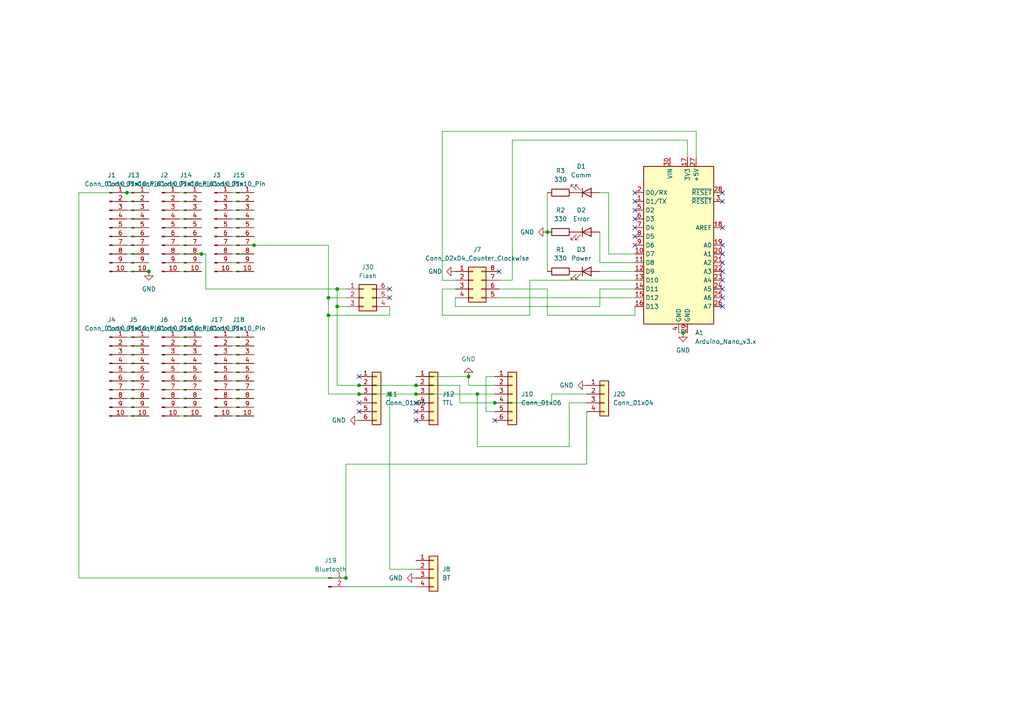
<source format=kicad_sch>
(kicad_sch (version 20231120) (generator "eeschema") (generator_version "8.0")
  (paper "A4")
  (lib_symbols
    (symbol "Connector:Conn_01x02_Pin" (pin_names (offset 1.016) hide)
      (property "Reference" "J" (at 0 2.54 0))
      (property "Value" "Conn_01x02_Pin" (at 0 -5.08 0))
      (symbol "Conn_01x02_Pin_1_1"
        (polyline (pts (xy 1.27 -2.54) (xy 0.8636 -2.54)) (stroke (width 0.1524)))
        (polyline (pts (xy 1.27 0) (xy 0.8636 0)) (stroke (width 0.1524)))
        (rectangle (start 0.8636 -2.413) (end 0 -2.667) (stroke (width 0.1524)) (fill (type outline)))
        (rectangle (start 0.8636 0.127) (end 0 -0.127) (stroke (width 0.1524)) (fill (type outline)))
        (pin passive line (at 5.08 0 180) (length 3.81) (name "Pin_1") (number "1"))
        (pin passive line (at 5.08 -2.54 180) (length 3.81) (name "Pin_2") (number "2"))
      )
    )
    (symbol "Connector:Conn_01x10_Pin" (pin_names (offset 1.016) hide)
      (property "Reference" "J" (at 0 12.7 0))
      (property "Value" "Conn_01x10_Pin" (at 0 -15.24 0))
      (symbol "Conn_01x10_Pin_1_1"
        (polyline (pts (xy 1.27 -12.7) (xy 0.8636 -12.7)) (stroke (width 0.1524)))
        (polyline (pts (xy 1.27 -10.16) (xy 0.8636 -10.16)) (stroke (width 0.1524)))
        (polyline (pts (xy 1.27 -7.62) (xy 0.8636 -7.62)) (stroke (width 0.1524)))
        (polyline (pts (xy 1.27 -5.08) (xy 0.8636 -5.08)) (stroke (width 0.1524)))
        (polyline (pts (xy 1.27 -2.54) (xy 0.8636 -2.54)) (stroke (width 0.1524)))
        (polyline (pts (xy 1.27 0) (xy 0.8636 0)) (stroke (width 0.1524)))
        (polyline (pts (xy 1.27 2.54) (xy 0.8636 2.54)) (stroke (width 0.1524)))
        (polyline (pts (xy 1.27 5.08) (xy 0.8636 5.08)) (stroke (width 0.1524)))
        (polyline (pts (xy 1.27 7.62) (xy 0.8636 7.62)) (stroke (width 0.1524)))
        (polyline (pts (xy 1.27 10.16) (xy 0.8636 10.16)) (stroke (width 0.1524)))
        (rectangle (start 0.8636 -12.573) (end 0 -12.827) (stroke (width 0.1524)) (fill (type outline)))
        (rectangle (start 0.8636 -10.033) (end 0 -10.287) (stroke (width 0.1524)) (fill (type outline)))
        (rectangle (start 0.8636 -7.493) (end 0 -7.747) (stroke (width 0.1524)) (fill (type outline)))
        (rectangle (start 0.8636 -4.953) (end 0 -5.207) (stroke (width 0.1524)) (fill (type outline)))
        (rectangle (start 0.8636 -2.413) (end 0 -2.667) (stroke (width 0.1524)) (fill (type outline)))
        (rectangle (start 0.8636 0.127) (end 0 -0.127) (stroke (width 0.1524)) (fill (type outline)))
        (rectangle (start 0.8636 2.667) (end 0 2.413) (stroke (width 0.1524)) (fill (type outline)))
        (rectangle (start 0.8636 5.207) (end 0 4.953) (stroke (width 0.1524)) (fill (type outline)))
        (rectangle (start 0.8636 7.747) (end 0 7.493) (stroke (width 0.1524)) (fill (type outline)))
        (rectangle (start 0.8636 10.287) (end 0 10.033) (stroke (width 0.1524)) (fill (type outline)))
        (pin passive line (at 5.08 10.16 180) (length 3.81) (name "Pin_1") (number "1"))
        (pin passive line (at 5.08 -12.7 180) (length 3.81) (name "Pin_10") (number "10"))
        (pin passive line (at 5.08 7.62 180) (length 3.81) (name "Pin_2") (number "2"))
        (pin passive line (at 5.08 5.08 180) (length 3.81) (name "Pin_3") (number "3"))
        (pin passive line (at 5.08 2.54 180) (length 3.81) (name "Pin_4") (number "4"))
        (pin passive line (at 5.08 0 180) (length 3.81) (name "Pin_5") (number "5"))
        (pin passive line (at 5.08 -2.54 180) (length 3.81) (name "Pin_6") (number "6"))
        (pin passive line (at 5.08 -5.08 180) (length 3.81) (name "Pin_7") (number "7"))
        (pin passive line (at 5.08 -7.62 180) (length 3.81) (name "Pin_8") (number "8"))
        (pin passive line (at 5.08 -10.16 180) (length 3.81) (name "Pin_9") (number "9"))
      )
    )
    (symbol "Connector_Generic:Conn_01x04" (pin_names (offset 1.016) hide)
      (property "Reference" "J" (at 0 5.08 0))
      (property "Value" "Conn_01x04" (at 0 -7.62 0))
      (symbol "Conn_01x04_1_1"
        (rectangle (start -1.27 -4.953) (end 0 -5.207) (stroke (width 0.1524)))
        (rectangle (start -1.27 -2.413) (end 0 -2.667) (stroke (width 0.1524)))
        (rectangle (start -1.27 0.127) (end 0 -0.127) (stroke (width 0.1524)))
        (rectangle (start -1.27 2.667) (end 0 2.413) (stroke (width 0.1524)))
        (rectangle (start -1.27 3.81) (end 1.27 -6.35) (stroke (width 0.254)) (fill (type background)))
        (pin passive line (at -5.08 2.54 0) (length 3.81) (name "Pin_1") (number "1"))
        (pin passive line (at -5.08 0 0) (length 3.81) (name "Pin_2") (number "2"))
        (pin passive line (at -5.08 -2.54 0) (length 3.81) (name "Pin_3") (number "3"))
        (pin passive line (at -5.08 -5.08 0) (length 3.81) (name "Pin_4") (number "4"))
      )
    )
    (symbol "Connector_Generic:Conn_01x06" (pin_names (offset 1.016) hide)
      (property "Reference" "J" (at 0 7.62 0))
      (property "Value" "Conn_01x06" (at 0 -10.16 0))
      (symbol "Conn_01x06_1_1"
        (rectangle (start -1.27 -7.493) (end 0 -7.747) (stroke (width 0.1524)))
        (rectangle (start -1.27 -4.953) (end 0 -5.207) (stroke (width 0.1524)))
        (rectangle (start -1.27 -2.413) (end 0 -2.667) (stroke (width 0.1524)))
        (rectangle (start -1.27 0.127) (end 0 -0.127) (stroke (width 0.1524)))
        (rectangle (start -1.27 2.667) (end 0 2.413) (stroke (width 0.1524)))
        (rectangle (start -1.27 5.207) (end 0 4.953) (stroke (width 0.1524)))
        (rectangle (start -1.27 6.35) (end 1.27 -8.89) (stroke (width 0.254)) (fill (type background)))
        (pin passive line (at -5.08 5.08 0) (length 3.81) (name "Pin_1") (number "1"))
        (pin passive line (at -5.08 2.54 0) (length 3.81) (name "Pin_2") (number "2"))
        (pin passive line (at -5.08 0 0) (length 3.81) (name "Pin_3") (number "3"))
        (pin passive line (at -5.08 -2.54 0) (length 3.81) (name "Pin_4") (number "4"))
        (pin passive line (at -5.08 -5.08 0) (length 3.81) (name "Pin_5") (number "5"))
        (pin passive line (at -5.08 -7.62 0) (length 3.81) (name "Pin_6") (number "6"))
      )
    )
    (symbol "Connector_Generic:Conn_02x03_Counter_Clockwise" (pin_names (offset 1.016) hide)
      (property "Reference" "J" (at 1.27 5.08 0))
      (property "Value" "Conn_02x03_Counter_Clockwise" (at 1.27 -5.08 0))
      (symbol "Conn_02x03_Counter_Clockwise_1_1"
        (rectangle (start -1.27 -2.413) (end 0 -2.667) (stroke (width 0.1524)))
        (rectangle (start -1.27 0.127) (end 0 -0.127) (stroke (width 0.1524)))
        (rectangle (start -1.27 2.667) (end 0 2.413) (stroke (width 0.1524)))
        (rectangle (start -1.27 3.81) (end 3.81 -3.81) (stroke (width 0.254)) (fill (type background)))
        (rectangle (start 3.81 -2.413) (end 2.54 -2.667) (stroke (width 0.1524)))
        (rectangle (start 3.81 0.127) (end 2.54 -0.127) (stroke (width 0.1524)))
        (rectangle (start 3.81 2.667) (end 2.54 2.413) (stroke (width 0.1524)))
        (pin passive line (at -5.08 2.54 0) (length 3.81) (name "Pin_1") (number "1"))
        (pin passive line (at -5.08 0 0) (length 3.81) (name "Pin_2") (number "2"))
        (pin passive line (at -5.08 -2.54 0) (length 3.81) (name "Pin_3") (number "3"))
        (pin passive line (at 7.62 -2.54 180) (length 3.81) (name "Pin_4") (number "4"))
        (pin passive line (at 7.62 0 180) (length 3.81) (name "Pin_5") (number "5"))
        (pin passive line (at 7.62 2.54 180) (length 3.81) (name "Pin_6") (number "6"))
      )
    )
    (symbol "Connector_Generic:Conn_02x04_Counter_Clockwise" (pin_names (offset 1.016) hide)
      (property "Reference" "J" (at 1.27 5.08 0))
      (property "Value" "Conn_02x04_Counter_Clockwise" (at 1.27 -7.62 0))
      (symbol "Conn_02x04_Counter_Clockwise_1_1"
        (rectangle (start -1.27 -4.953) (end 0 -5.207) (stroke (width 0.1524)))
        (rectangle (start -1.27 -2.413) (end 0 -2.667) (stroke (width 0.1524)))
        (rectangle (start -1.27 0.127) (end 0 -0.127) (stroke (width 0.1524)))
        (rectangle (start -1.27 2.667) (end 0 2.413) (stroke (width 0.1524)))
        (rectangle (start -1.27 3.81) (end 3.81 -6.35) (stroke (width 0.254)) (fill (type background)))
        (rectangle (start 3.81 -4.953) (end 2.54 -5.207) (stroke (width 0.1524)))
        (rectangle (start 3.81 -2.413) (end 2.54 -2.667) (stroke (width 0.1524)))
        (rectangle (start 3.81 0.127) (end 2.54 -0.127) (stroke (width 0.1524)))
        (rectangle (start 3.81 2.667) (end 2.54 2.413) (stroke (width 0.1524)))
        (pin passive line (at -5.08 2.54 0) (length 3.81) (name "Pin_1") (number "1"))
        (pin passive line (at -5.08 0 0) (length 3.81) (name "Pin_2") (number "2"))
        (pin passive line (at -5.08 -2.54 0) (length 3.81) (name "Pin_3") (number "3"))
        (pin passive line (at -5.08 -5.08 0) (length 3.81) (name "Pin_4") (number "4"))
        (pin passive line (at 7.62 -5.08 180) (length 3.81) (name "Pin_5") (number "5"))
        (pin passive line (at 7.62 -2.54 180) (length 3.81) (name "Pin_6") (number "6"))
        (pin passive line (at 7.62 0 180) (length 3.81) (name "Pin_7") (number "7"))
        (pin passive line (at 7.62 2.54 180) (length 3.81) (name "Pin_8") (number "8"))
      )
    )
    (symbol "Device:LED" (pin_numbers hide) (pin_names (offset 1.016) hide)
      (property "Reference" "D" (at 0 2.54 0))
      (property "Value" "LED" (at 0 -2.54 0))
      (symbol "LED_0_1"
        (polyline (pts (xy -1.27 -1.27) (xy -1.27 1.27)) (stroke (width 0.254)))
        (polyline (pts (xy -1.27 0) (xy 1.27 0)))
        (polyline (pts (xy 1.27 -1.27) (xy 1.27 1.27) (xy -1.27 0) (xy 1.27 -1.27)) (stroke (width 0.254)))
        (polyline (pts (xy -3.048 -0.762) (xy -4.572 -2.286) (xy -3.81 -2.286) (xy -4.572 -2.286) (xy -4.572 -1.524)))
        (polyline (pts (xy -1.778 -0.762) (xy -3.302 -2.286) (xy -2.54 -2.286) (xy -3.302 -2.286) (xy -3.302 -1.524)))
      )
      (symbol "LED_1_1"
        (pin passive line (at -3.81 0 0) (length 2.54) (name "K") (number "1"))
        (pin passive line (at 3.81 0 180) (length 2.54) (name "A") (number "2"))
      )
    )
    (symbol "Device:R" (pin_numbers hide) (pin_names (offset 0))
      (property "Reference" "R" (at 2.032 0 90))
      (property "Value" "R" (at 0 0 90))
      (symbol "R_0_1"
        (rectangle (start -1.016 -2.54) (end 1.016 2.54) (stroke (width 0.254)))
      )
      (symbol "R_1_1"
        (pin passive line (at 0 3.81 270) (length 1.27) (name "~") (number "1"))
        (pin passive line (at 0 -3.81 90) (length 1.27) (name "~") (number "2"))
      )
    )
    (symbol "MCU_Module:Arduino_Nano_v3.x"
      (property "Reference" "A" (at -10.16 23.495 0))
      (property "Value" "Arduino_Nano_v3.x" (at 5.08 -24.13 0))
      (symbol "Arduino_Nano_v3.x_0_1"
        (rectangle (start -10.16 22.86) (end 10.16 -22.86) (stroke (width 0.254)) (fill (type background)))
      )
      (symbol "Arduino_Nano_v3.x_1_1"
        (pin bidirectional line (at -12.7 12.7 0) (length 2.54) (name "D1/TX") (number "1"))
        (pin bidirectional line (at -12.7 -2.54 0) (length 2.54) (name "D7") (number "10"))
        (pin bidirectional line (at -12.7 -5.08 0) (length 2.54) (name "D8") (number "11"))
        (pin bidirectional line (at -12.7 -7.62 0) (length 2.54) (name "D9") (number "12"))
        (pin bidirectional line (at -12.7 -10.16 0) (length 2.54) (name "D10") (number "13"))
        (pin bidirectional line (at -12.7 -12.7 0) (length 2.54) (name "D11") (number "14"))
        (pin bidirectional line (at -12.7 -15.24 0) (length 2.54) (name "D12") (number "15"))
        (pin bidirectional line (at -12.7 -17.78 0) (length 2.54) (name "D13") (number "16"))
        (pin power_out line (at 2.54 25.4 270) (length 2.54) (name "3V3") (number "17"))
        (pin input line (at 12.7 5.08 180) (length 2.54) (name "AREF") (number "18"))
        (pin bidirectional line (at 12.7 0 180) (length 2.54) (name "A0") (number "19"))
        (pin bidirectional line (at -12.7 15.24 0) (length 2.54) (name "D0/RX") (number "2"))
        (pin bidirectional line (at 12.7 -2.54 180) (length 2.54) (name "A1") (number "20"))
        (pin bidirectional line (at 12.7 -5.08 180) (length 2.54) (name "A2") (number "21"))
        (pin bidirectional line (at 12.7 -7.62 180) (length 2.54) (name "A3") (number "22"))
        (pin bidirectional line (at 12.7 -10.16 180) (length 2.54) (name "A4") (number "23"))
        (pin bidirectional line (at 12.7 -12.7 180) (length 2.54) (name "A5") (number "24"))
        (pin bidirectional line (at 12.7 -15.24 180) (length 2.54) (name "A6") (number "25"))
        (pin bidirectional line (at 12.7 -17.78 180) (length 2.54) (name "A7") (number "26"))
        (pin power_out line (at 5.08 25.4 270) (length 2.54) (name "+5V") (number "27"))
        (pin input line (at 12.7 15.24 180) (length 2.54) (name "~{RESET}") (number "28"))
        (pin power_in line (at 2.54 -25.4 90) (length 2.54) (name "GND") (number "29"))
        (pin input line (at 12.7 12.7 180) (length 2.54) (name "~{RESET}") (number "3"))
        (pin power_in line (at -2.54 25.4 270) (length 2.54) (name "VIN") (number "30"))
        (pin power_in line (at 0 -25.4 90) (length 2.54) (name "GND") (number "4"))
        (pin bidirectional line (at -12.7 10.16 0) (length 2.54) (name "D2") (number "5"))
        (pin bidirectional line (at -12.7 7.62 0) (length 2.54) (name "D3") (number "6"))
        (pin bidirectional line (at -12.7 5.08 0) (length 2.54) (name "D4") (number "7"))
        (pin bidirectional line (at -12.7 2.54 0) (length 2.54) (name "D5") (number "8"))
        (pin bidirectional line (at -12.7 0 0) (length 2.54) (name "D6") (number "9"))
      )
    )
    (symbol "power:GND" (power) (pin_numbers hide) (pin_names (offset 0) hide)
      (property "Value" "GND" (at 0 -3.81 0))
      (symbol "GND_0_1"
        (polyline (pts (xy 0 0) (xy 0 -1.27) (xy 1.27 -1.27) (xy 0 -2.54) (xy -1.27 -1.27) (xy 0 -1.27)))
      )
      (symbol "GND_1_1"
        (pin power_in line (at 0 0 270) (length 0) (name "~") (number "1"))
      )
    )
  )
  (junction (at 135.89 109.22))
  (junction (at 104.14 114.3))
  (junction (at 100.33 167.64))
  (junction (at 143.51 116.84))
  (junction (at 58.42 73.66))
  (junction (at 95.25 86.36))
  (junction (at 198.12 96.52))
  (junction (at 104.14 111.76))
  (junction (at 120.65 114.3))
  (junction (at 158.75 67.31))
  (junction (at 73.66 71.12))
  (junction (at 36.83 55.88))
  (junction (at 43.18 78.74))
  (junction (at 95.25 91.44))
  (junction (at 113.03 114.3))
  (junction (at 97.79 83.82))
  (junction (at 97.79 88.9))
  (junction (at 120.65 111.76))
  (junction (at 138.43 114.3))
  (no_connect (at 209.55 55.88))
  (no_connect (at 104.14 119.38))
  (no_connect (at 104.14 116.84))
  (no_connect (at 113.03 86.36))
  (no_connect (at 209.55 76.2))
  (no_connect (at 104.14 109.22))
  (no_connect (at 113.03 83.82))
  (no_connect (at 120.65 121.92))
  (no_connect (at 209.55 71.12))
  (no_connect (at 120.65 119.38))
  (no_connect (at 209.55 66.04))
  (no_connect (at 184.15 71.12))
  (no_connect (at 209.55 58.42))
  (no_connect (at 120.65 116.84))
  (no_connect (at 144.78 78.74))
  (no_connect (at 184.15 58.42))
  (no_connect (at 184.15 55.88))
  (no_connect (at 209.55 86.36))
  (no_connect (at 209.55 73.66))
  (no_connect (at 209.55 83.82))
  (no_connect (at 143.51 121.92))
  (no_connect (at 209.55 78.74))
  (no_connect (at 209.55 81.28))
  (no_connect (at 184.15 66.04))
  (no_connect (at 184.15 60.96))
  (no_connect (at 209.55 88.9))
  (no_connect (at 184.15 68.58))
  (no_connect (at 184.15 63.5))
  (wire (pts (xy 36.83 68.58) (xy 43.18 68.58)))
  (wire (pts (xy 52.07 105.41) (xy 58.42 105.41)))
  (wire (pts (xy 153.67 81.28) (xy 153.67 91.44)))
  (wire (pts (xy 36.83 63.5) (xy 43.18 63.5)))
  (wire (pts (xy 95.25 71.12) (xy 95.25 86.36)))
  (wire (pts (xy 52.07 107.95) (xy 58.42 107.95)))
  (wire (pts (xy 199.39 45.72) (xy 199.39 40.64)))
  (wire (pts (xy 120.65 165.1) (xy 113.03 165.1)))
  (wire (pts (xy 36.83 115.57) (xy 43.18 115.57)))
  (wire (pts (xy 36.83 60.96) (xy 43.18 60.96)))
  (wire (pts (xy 133.35 111.76) (xy 120.65 111.76)))
  (wire (pts (xy 135.89 111.76) (xy 143.51 111.76)))
  (wire (pts (xy 67.31 78.74) (xy 73.66 78.74)))
  (wire (pts (xy 67.31 110.49) (xy 73.66 110.49)))
  (wire (pts (xy 170.18 114.3) (xy 160.02 114.3)))
  (wire (pts (xy 196.85 96.52) (xy 198.12 96.52)))
  (wire (pts (xy 132.08 88.9) (xy 173.99 88.9)))
  (wire (pts (xy 173.99 88.9) (xy 173.99 83.82)))
  (wire (pts (xy 52.07 97.79) (xy 58.42 97.79)))
  (wire (pts (xy 120.65 114.3) (xy 138.43 114.3)))
  (wire (pts (xy 184.15 81.28) (xy 153.67 81.28)))
  (wire (pts (xy 67.31 115.57) (xy 73.66 115.57)))
  (wire (pts (xy 176.53 55.88) (xy 176.53 73.66)))
  (wire (pts (xy 97.79 111.76) (xy 104.14 111.76)))
  (wire (pts (xy 97.79 88.9) (xy 100.33 88.9)))
  (wire (pts (xy 52.07 110.49) (xy 58.42 110.49)))
  (wire (pts (xy 138.43 114.3) (xy 138.43 129.54)))
  (wire (pts (xy 52.07 63.5) (xy 58.42 63.5)))
  (wire (pts (xy 36.83 78.74) (xy 43.18 78.74)))
  (wire (pts (xy 128.27 38.1) (xy 201.93 38.1)))
  (wire (pts (xy 36.83 58.42) (xy 43.18 58.42)))
  (wire (pts (xy 113.03 91.44) (xy 113.03 88.9)))
  (wire (pts (xy 36.83 118.11) (xy 43.18 118.11)))
  (wire (pts (xy 52.07 60.96) (xy 58.42 60.96)))
  (wire (pts (xy 128.27 81.28) (xy 132.08 81.28)))
  (wire (pts (xy 67.31 60.96) (xy 73.66 60.96)))
  (wire (pts (xy 153.67 91.44) (xy 128.27 91.44)))
  (wire (pts (xy 128.27 38.1) (xy 128.27 81.28)))
  (wire (pts (xy 128.27 83.82) (xy 132.08 83.82)))
  (wire (pts (xy 59.69 73.66) (xy 59.69 83.82)))
  (wire (pts (xy 36.83 97.79) (xy 43.18 97.79)))
  (wire (pts (xy 165.1 116.84) (xy 170.18 116.84)))
  (wire (pts (xy 67.31 58.42) (xy 73.66 58.42)))
  (wire (pts (xy 144.78 83.82) (xy 158.75 83.82)))
  (wire (pts (xy 36.83 100.33) (xy 43.18 100.33)))
  (wire (pts (xy 52.07 100.33) (xy 58.42 100.33)))
  (wire (pts (xy 36.83 107.95) (xy 43.18 107.95)))
  (wire (pts (xy 160.02 116.84) (xy 143.51 116.84)))
  (wire (pts (xy 52.07 115.57) (xy 58.42 115.57)))
  (wire (pts (xy 135.89 109.22) (xy 135.89 111.76)))
  (wire (pts (xy 113.03 165.1) (xy 113.03 114.3)))
  (wire (pts (xy 52.07 118.11) (xy 58.42 118.11)))
  (wire (pts (xy 143.51 114.3) (xy 138.43 114.3)))
  (wire (pts (xy 22.86 55.88) (xy 36.83 55.88)))
  (wire (pts (xy 52.07 120.65) (xy 58.42 120.65)))
  (wire (pts (xy 148.59 40.64) (xy 148.59 81.28)))
  (wire (pts (xy 132.08 86.36) (xy 132.08 88.9)))
  (wire (pts (xy 52.07 102.87) (xy 58.42 102.87)))
  (wire (pts (xy 67.31 100.33) (xy 73.66 100.33)))
  (wire (pts (xy 67.31 68.58) (xy 73.66 68.58)))
  (wire (pts (xy 95.25 86.36) (xy 95.25 91.44)))
  (wire (pts (xy 158.75 83.82) (xy 158.75 91.44)))
  (wire (pts (xy 67.31 118.11) (xy 73.66 118.11)))
  (wire (pts (xy 97.79 88.9) (xy 97.79 111.76)))
  (wire (pts (xy 100.33 134.62) (xy 100.33 167.64)))
  (wire (pts (xy 140.97 119.38) (xy 140.97 109.22)))
  (wire (pts (xy 138.43 129.54) (xy 165.1 129.54)))
  (wire (pts (xy 173.99 76.2) (xy 173.99 67.31)))
  (wire (pts (xy 201.93 45.72) (xy 201.93 38.1)))
  (wire (pts (xy 36.83 55.88) (xy 43.18 55.88)))
  (wire (pts (xy 22.86 167.64) (xy 100.33 167.64)))
  (wire (pts (xy 173.99 83.82) (xy 184.15 83.82)))
  (wire (pts (xy 52.07 78.74) (xy 58.42 78.74)))
  (wire (pts (xy 67.31 66.04) (xy 73.66 66.04)))
  (wire (pts (xy 52.07 113.03) (xy 58.42 113.03)))
  (wire (pts (xy 160.02 114.3) (xy 160.02 116.84)))
  (wire (pts (xy 170.18 134.62) (xy 100.33 134.62)))
  (wire (pts (xy 36.83 120.65) (xy 43.18 120.65)))
  (wire (pts (xy 100.33 83.82) (xy 97.79 83.82)))
  (wire (pts (xy 173.99 55.88) (xy 176.53 55.88)))
  (wire (pts (xy 97.79 83.82) (xy 97.79 88.9)))
  (wire (pts (xy 36.83 76.2) (xy 43.18 76.2)))
  (wire (pts (xy 36.83 73.66) (xy 43.18 73.66)))
  (wire (pts (xy 22.86 55.88) (xy 22.86 167.64)))
  (wire (pts (xy 67.31 55.88) (xy 73.66 55.88)))
  (wire (pts (xy 95.25 91.44) (xy 113.03 91.44)))
  (wire (pts (xy 120.65 109.22) (xy 135.89 109.22)))
  (wire (pts (xy 113.03 114.3) (xy 120.65 114.3)))
  (wire (pts (xy 158.75 91.44) (xy 184.15 91.44)))
  (wire (pts (xy 58.42 73.66) (xy 59.69 73.66)))
  (wire (pts (xy 36.83 71.12) (xy 43.18 71.12)))
  (wire (pts (xy 52.07 76.2) (xy 58.42 76.2)))
  (wire (pts (xy 67.31 105.41) (xy 73.66 105.41)))
  (wire (pts (xy 158.75 67.31) (xy 158.75 55.88)))
  (wire (pts (xy 52.07 68.58) (xy 58.42 68.58)))
  (wire (pts (xy 95.25 91.44) (xy 95.25 114.3)))
  (wire (pts (xy 36.83 110.49) (xy 43.18 110.49)))
  (wire (pts (xy 95.25 114.3) (xy 104.14 114.3)))
  (wire (pts (xy 52.07 55.88) (xy 58.42 55.88)))
  (wire (pts (xy 104.14 114.3) (xy 113.03 114.3)))
  (wire (pts (xy 165.1 129.54) (xy 165.1 116.84)))
  (wire (pts (xy 100.33 170.18) (xy 120.65 170.18)))
  (wire (pts (xy 67.31 113.03) (xy 73.66 113.03)))
  (wire (pts (xy 67.31 107.95) (xy 73.66 107.95)))
  (wire (pts (xy 198.12 96.52) (xy 199.39 96.52)))
  (wire (pts (xy 67.31 63.5) (xy 73.66 63.5)))
  (wire (pts (xy 144.78 81.28) (xy 148.59 81.28)))
  (wire (pts (xy 36.83 102.87) (xy 43.18 102.87)))
  (wire (pts (xy 199.39 40.64) (xy 148.59 40.64)))
  (wire (pts (xy 67.31 73.66) (xy 73.66 73.66)))
  (wire (pts (xy 59.69 83.82) (xy 97.79 83.82)))
  (wire (pts (xy 158.75 78.74) (xy 158.75 67.31)))
  (wire (pts (xy 36.83 66.04) (xy 43.18 66.04)))
  (wire (pts (xy 52.07 73.66) (xy 58.42 73.66)))
  (wire (pts (xy 144.78 86.36) (xy 184.15 86.36)))
  (wire (pts (xy 36.83 105.41) (xy 43.18 105.41)))
  (wire (pts (xy 67.31 120.65) (xy 73.66 120.65)))
  (wire (pts (xy 67.31 97.79) (xy 73.66 97.79)))
  (wire (pts (xy 184.15 91.44) (xy 184.15 88.9)))
  (wire (pts (xy 52.07 66.04) (xy 58.42 66.04)))
  (wire (pts (xy 173.99 78.74) (xy 184.15 78.74)))
  (wire (pts (xy 184.15 76.2) (xy 173.99 76.2)))
  (wire (pts (xy 176.53 73.66) (xy 184.15 73.66)))
  (wire (pts (xy 143.51 116.84) (xy 133.35 116.84)))
  (wire (pts (xy 67.31 102.87) (xy 73.66 102.87)))
  (wire (pts (xy 52.07 71.12) (xy 58.42 71.12)))
  (wire (pts (xy 73.66 71.12) (xy 95.25 71.12)))
  (wire (pts (xy 140.97 109.22) (xy 143.51 109.22)))
  (wire (pts (xy 36.83 113.03) (xy 43.18 113.03)))
  (wire (pts (xy 100.33 86.36) (xy 95.25 86.36)))
  (wire (pts (xy 133.35 116.84) (xy 133.35 111.76)))
  (wire (pts (xy 104.14 111.76) (xy 120.65 111.76)))
  (wire (pts (xy 52.07 58.42) (xy 58.42 58.42)))
  (wire (pts (xy 67.31 71.12) (xy 73.66 71.12)))
  (wire (pts (xy 128.27 91.44) (xy 128.27 83.82)))
  (wire (pts (xy 143.51 119.38) (xy 140.97 119.38)))
  (wire (pts (xy 67.31 76.2) (xy 73.66 76.2)))
  (wire (pts (xy 170.18 119.38) (xy 170.18 134.62)))
  (symbol (lib_id "Connector:Conn_01x10_Pin") (at 68.58 66.04 0) (unit 1)
    (property "Reference" "J15" (at 69.215 50.8 0))
    (property "Value" "Conn_01x10_Pin" (at 69.215 53.34 0))
    (property "Footprint" "Connector_PinSocket_2.54mm:PinSocket_1x10_P2.54mm_Vertical" (effects (hide yes)))
    (property "Description" "Generic connector, single row, 01x10, script generated" (effects (hide yes)))
  )
  (symbol (lib_id "power:GND") (at 170.18 111.76 270) (unit 1)
    (property "Reference" "#PWR08" (effects (hide yes)))
    (property "Value" "GND" (at 166.37 111.7599 90) (effects (justify right)))
    (property "Description" "Power symbol creates a global label with name \"GND\" , ground" (effects (hide yes)))
  )
  (symbol (lib_id "power:GND") (at 158.75 67.31 270) (unit 1)
    (property "Reference" "#PWR01" (effects (hide yes)))
    (property "Value" "GND" (at 154.94 67.3101 90) (effects (justify right)))
    (property "Description" "Power symbol creates a global label with name \"GND\" , ground" (effects (hide yes)))
  )
  (symbol (lib_id "Connector:Conn_01x10_Pin") (at 46.99 107.95 0) (unit 1)
    (property "Reference" "J6" (at 47.625 92.71 0))
    (property "Value" "Conn_01x10_Pin" (at 47.625 95.25 0))
    (property "Footprint" "Connector_PinSocket_2.54mm:PinSocket_1x10_P2.54mm_Vertical" (effects (hide yes)))
    (property "Description" "Generic connector, single row, 01x10, script generated" (effects (hide yes)))
  )
  (symbol (lib_id "power:GND") (at 104.14 121.92 270) (unit 1)
    (property "Reference" "#PWR07" (effects (hide yes)))
    (property "Value" "GND" (at 100.33 121.9199 90) (effects (justify right)))
    (property "Description" "Power symbol creates a global label with name \"GND\" , ground" (effects (hide yes)))
  )
  (symbol (lib_id "Connector:Conn_01x10_Pin") (at 62.23 107.95 0) (unit 1)
    (property "Reference" "J17" (at 62.865 92.71 0))
    (property "Value" "Conn_01x10_Pin" (at 62.865 95.25 0))
    (property "Footprint" "Connector_PinSocket_2.54mm:PinSocket_1x10_P2.54mm_Vertical" (effects (hide yes)))
    (property "Description" "Generic connector, single row, 01x10, script generated" (effects (hide yes)))
  )
  (symbol (lib_id "Connector:Conn_01x10_Pin") (at 53.34 66.04 0) (unit 1)
    (property "Reference" "J14" (at 53.975 50.8 0))
    (property "Value" "Conn_01x10_Pin" (at 53.975 53.34 0))
    (property "Footprint" "Connector_PinSocket_2.54mm:PinSocket_1x10_P2.54mm_Vertical" (effects (hide yes)))
    (property "Description" "Generic connector, single row, 01x10, script generated" (effects (hide yes)))
  )
  (symbol (lib_id "power:GND") (at 120.65 167.64 270) (unit 1)
    (property "Reference" "#PWR04" (effects (hide yes)))
    (property "Value" "GND" (at 116.84 167.6399 90) (effects (justify right)))
    (property "Description" "Power symbol creates a global label with name \"GND\" , ground" (effects (hide yes)))
  )
  (symbol (lib_id "Connector:Conn_01x10_Pin") (at 62.23 66.04 0) (unit 1)
    (property "Reference" "J3" (at 62.865 50.8 0))
    (property "Value" "Conn_01x10_Pin" (at 62.865 53.34 0))
    (property "Footprint" "Connector_PinSocket_2.54mm:PinSocket_1x10_P2.54mm_Vertical" (effects (hide yes)))
    (property "Description" "Generic connector, single row, 01x10, script generated" (effects (hide yes)))
  )
  (symbol (lib_id "Device:R") (at 162.56 67.31 270) (unit 1)
    (property "Reference" "R2" (at 162.56 60.96 90))
    (property "Value" "330" (at 162.56 63.5 90))
    (property "Footprint" "Resistor_SMD:R_0805_2012Metric" (effects (hide yes)))
    (property "Description" "Resistor" (effects (hide yes)))
  )
  (symbol (lib_id "Connector_Generic:Conn_01x06") (at 109.22 114.3 0) (unit 1)
    (property "Reference" "J11" (at 111.76 114.2999 0) (effects (justify left)))
    (property "Value" "Conn_01x06" (at 111.76 116.8399 0) (effects (justify left)))
    (property "Footprint" "Connector_PinHeader_2.54mm:PinHeader_1x06_P2.54mm_Vertical" (effects (hide yes)))
    (property "Description" "Generic connector, single row, 01x06, script generated (kicad-library-utils/schlib/autogen/connector/)" (effects (hide yes)))
  )
  (symbol (lib_id "Device:LED") (at 170.18 78.74 0) (unit 1)
    (property "Reference" "D3" (at 168.5925 72.39 0))
    (property "Value" "Power" (at 168.5925 74.93 0))
    (property "Footprint" "LED_THT:LED_D5.0mm" (effects (hide yes)))
    (property "Description" "Light emitting diode" (effects (hide yes)))
  )
  (symbol (lib_id "Connector_Generic:Conn_01x06") (at 148.59 114.3 0) (unit 1)
    (property "Reference" "J10" (at 151.13 114.2999 0) (effects (justify left)))
    (property "Value" "Conn_01x06" (at 151.13 116.8399 0) (effects (justify left)))
    (property "Footprint" "Connector_PinHeader_2.54mm:PinHeader_1x06_P2.54mm_Vertical" (effects (hide yes)))
    (property "Description" "Generic connector, single row, 01x06, script generated (kicad-library-utils/schlib/autogen/connector/)" (effects (hide yes)))
  )
  (symbol (lib_id "Connector:Conn_01x10_Pin") (at 38.1 66.04 0) (unit 1)
    (property "Reference" "J13" (at 38.735 50.8 0))
    (property "Value" "Conn_01x10_Pin" (at 38.735 53.34 0))
    (property "Footprint" "Connector_PinSocket_2.54mm:PinSocket_1x10_P2.54mm_Vertical" (effects (hide yes)))
    (property "Description" "Generic connector, single row, 01x10, script generated" (effects (hide yes)))
  )
  (symbol (lib_id "Connector_Generic:Conn_01x06") (at 125.73 114.3 0) (unit 1)
    (property "Reference" "J12" (at 128.27 114.2999 0) (effects (justify left)))
    (property "Value" "TTL" (at 128.27 116.8399 0) (effects (justify left)))
    (property "Footprint" "Connector_PinHeader_2.54mm:PinHeader_1x06_P2.54mm_Vertical" (effects (hide yes)))
    (property "Description" "Generic connector, single row, 01x06, script generated (kicad-library-utils/schlib/autogen/connector/)" (effects (hide yes)))
  )
  (symbol (lib_id "power:GND") (at 198.12 96.52 0) (unit 1)
    (property "Reference" "#PWR02" (effects (hide yes)))
    (property "Value" "GND" (at 198.12 101.6 0))
    (property "Description" "Power symbol creates a global label with name \"GND\" , ground" (effects (hide yes)))
  )
  (symbol (lib_id "Connector:Conn_01x10_Pin") (at 68.58 107.95 0) (unit 1)
    (property "Reference" "J18" (at 69.215 92.71 0))
    (property "Value" "Conn_01x10_Pin" (at 69.215 95.25 0))
    (property "Footprint" "Connector_PinSocket_2.54mm:PinSocket_1x10_P2.54mm_Vertical" (effects (hide yes)))
    (property "Description" "Generic connector, single row, 01x10, script generated" (effects (hide yes)))
  )
  (symbol (lib_id "power:GND") (at 135.89 109.22 180) (unit 1)
    (property "Reference" "#PWR05" (effects (hide yes)))
    (property "Value" "GND" (at 135.89 104.14 0))
    (property "Description" "Power symbol creates a global label with name \"GND\" , ground" (effects (hide yes)))
  )
  (symbol (lib_id "Device:R") (at 162.56 55.88 270) (mirror x) (unit 1)
    (property "Reference" "R3" (at 162.56 49.53 90))
    (property "Value" "330" (at 162.56 52.07 90))
    (property "Footprint" "Resistor_SMD:R_0805_2012Metric" (effects (hide yes)))
    (property "Description" "Resistor" (effects (hide yes)))
  )
  (symbol (lib_id "Connector:Conn_01x02_Pin") (at 95.25 167.64 0) (unit 1)
    (property "Reference" "J19" (at 95.885 162.56 0))
    (property "Value" "Bluetooth" (at 95.885 165.1 0))
    (property "Footprint" "Connector_PinHeader_2.54mm:PinHeader_1x02_P2.54mm_Vertical" (effects (hide yes)))
    (property "Description" "Generic connector, single row, 01x02, script generated" (effects (hide yes)))
  )
  (symbol (lib_id "Connector:Conn_01x10_Pin") (at 53.34 107.95 0) (unit 1)
    (property "Reference" "J16" (at 53.975 92.71 0))
    (property "Value" "Conn_01x10_Pin" (at 53.975 95.25 0))
    (property "Footprint" "Connector_PinSocket_2.54mm:PinSocket_1x10_P2.54mm_Vertical" (effects (hide yes)))
    (property "Description" "Generic connector, single row, 01x10, script generated" (effects (hide yes)))
  )
  (symbol (lib_id "Device:LED") (at 170.18 67.31 0) (unit 1)
    (property "Reference" "D2" (at 168.5925 60.96 0))
    (property "Value" "Error" (at 168.5925 63.5 0))
    (property "Footprint" "LED_THT:LED_D5.0mm" (effects (hide yes)))
    (property "Description" "Light emitting diode" (effects (hide yes)))
  )
  (symbol (lib_id "MCU_Module:Arduino_Nano_v3.x") (at 196.85 71.12 0) (unit 1)
    (property "Reference" "A1" (at 201.5841 96.52 0) (effects (justify left)))
    (property "Value" "Arduino_Nano_v3.x" (at 201.5841 99.06 0) (effects (justify left)))
    (property "Footprint" "Module:Arduino_Nano" (effects (hide yes)))
    (property "Datasheet" "http://www.mouser.com/pdfdocs/Gravitech_Arduino_Nano3_0.pdf" (effects (hide yes)))
    (property "Description" "Arduino Nano v3.x" (effects (hide yes)))
  )
  (symbol (lib_id "Connector_Generic:Conn_01x04") (at 175.26 114.3 0) (unit 1)
    (property "Reference" "J20" (at 177.8 114.2999 0) (effects (justify left)))
    (property "Value" "Conn_01x04" (at 177.8 116.8399 0) (effects (justify left)))
    (property "Footprint" "Connector_PinHeader_2.54mm:PinHeader_1x04_P2.54mm_Vertical" (effects (hide yes)))
    (property "Description" "Generic connector, single row, 01x04, script generated (kicad-library-utils/schlib/autogen/connector/)" (effects (hide yes)))
  )
  (symbol (lib_id "Connector:Conn_01x10_Pin") (at 31.75 66.04 0) (unit 1)
    (property "Reference" "J1" (at 32.385 50.8 0))
    (property "Value" "Conn_01x10_Pin" (at 32.385 53.34 0))
    (property "Footprint" "Connector_PinSocket_2.54mm:PinSocket_1x10_P2.54mm_Vertical" (effects (hide yes)))
    (property "Description" "Generic connector, single row, 01x10, script generated" (effects (hide yes)))
  )
  (symbol (lib_id "Device:R") (at 162.56 78.74 270) (unit 1)
    (property "Reference" "R1" (at 162.56 72.39 90))
    (property "Value" "330" (at 162.56 74.93 90))
    (property "Footprint" "Resistor_SMD:R_0805_2012Metric" (effects (hide yes)))
    (property "Description" "Resistor" (effects (hide yes)))
  )
  (symbol (lib_id "Connector:Conn_01x10_Pin") (at 31.75 107.95 0) (unit 1)
    (property "Reference" "J4" (at 32.385 92.71 0))
    (property "Value" "Conn_01x10_Pin" (at 32.385 95.25 0))
    (property "Footprint" "Connector_PinSocket_2.54mm:PinSocket_1x10_P2.54mm_Vertical" (effects (hide yes)))
    (property "Description" "Generic connector, single row, 01x10, script generated" (effects (hide yes)))
  )
  (symbol (lib_id "power:GND") (at 132.08 78.74 270) (unit 1)
    (property "Reference" "#PWR03" (effects (hide yes)))
    (property "Value" "GND" (at 128.27 78.7399 90) (effects (justify right)))
    (property "Description" "Power symbol creates a global label with name \"GND\" , ground" (effects (hide yes)))
  )
  (symbol (lib_id "Connector:Conn_01x10_Pin") (at 38.1 107.95 0) (unit 1)
    (property "Reference" "J5" (at 38.735 92.71 0))
    (property "Value" "Conn_01x10_Pin" (at 38.735 95.25 0))
    (property "Footprint" "Connector_PinSocket_2.54mm:PinSocket_1x10_P2.54mm_Vertical" (effects (hide yes)))
    (property "Description" "Generic connector, single row, 01x10, script generated" (effects (hide yes)))
  )
  (symbol (lib_id "Connector_Generic:Conn_01x04") (at 125.73 165.1 0) (unit 1)
    (property "Reference" "J8" (at 128.27 165.0999 0) (effects (justify left)))
    (property "Value" "BT" (at 128.27 167.6399 0) (effects (justify left)))
    (property "Footprint" "Connector_PinHeader_2.54mm:PinHeader_1x04_P2.54mm_Vertical" (effects (hide yes)))
    (property "Description" "Generic connector, single row, 01x04, script generated (kicad-library-utils/schlib/autogen/connector/)" (effects (hide yes)))
  )
  (symbol (lib_id "power:GND") (at 43.18 78.74 0) (unit 1)
    (property "Reference" "#PWR06" (effects (hide yes)))
    (property "Value" "GND" (at 43.18 83.82 0))
    (property "Description" "Power symbol creates a global label with name \"GND\" , ground" (effects (hide yes)))
  )
  (symbol (lib_id "Connector_Generic:Conn_02x04_Counter_Clockwise") (at 137.16 81.28 0) (unit 1)
    (property "Reference" "J7" (at 138.43 72.39 0))
    (property "Value" "Conn_02x04_Counter_Clockwise" (at 138.43 74.93 0))
    (property "Footprint" "Connector_PinHeader_2.54mm:PinHeader_2x04_P2.54mm_Vertical" (effects (hide yes)))
    (property "Description" "Generic connector, double row, 02x04, counter clockwise pin numbering scheme (similar to DIP package numbering), script generated (kicad-library-utils/schlib/autogen/connector/)" (effects (hide yes)))
  )
  (symbol (lib_id "Device:LED") (at 170.18 55.88 0) (mirror x) (unit 1)
    (property "Reference" "D1" (at 168.5925 48.26 0))
    (property "Value" "Comm" (at 168.5925 50.8 0))
    (property "Footprint" "LED_THT:LED_D5.0mm" (effects (hide yes)))
    (property "Description" "Light emitting diode" (effects (hide yes)))
  )
  (symbol (lib_id "Connector_Generic:Conn_02x03_Counter_Clockwise") (at 105.41 86.36 0) (unit 1)
    (property "Reference" "J30" (at 106.68 77.47 0))
    (property "Value" "Flash" (at 106.68 80.01 0))
    (property "Footprint" "Connector_PinHeader_2.54mm:PinHeader_2x03_P2.54mm_Vertical" (effects (hide yes)))
    (property "Description" "Generic connector, double row, 02x03, counter clockwise pin numbering scheme (similar to DIP package numbering), script generated (kicad-library-utils/schlib/autogen/connector/)" (effects (hide yes)))
  )
  (symbol (lib_id "Connector:Conn_01x10_Pin") (at 46.99 66.04 0) (unit 1)
    (property "Reference" "J2" (at 47.625 50.8 0))
    (property "Value" "Conn_01x10_Pin" (at 47.625 53.34 0))
    (property "Footprint" "Connector_PinSocket_2.54mm:PinSocket_1x10_P2.54mm_Vertical" (effects (hide yes)))
    (property "Description" "Generic connector, single row, 01x10, script generated" (effects (hide yes)))
  )
)
</source>
